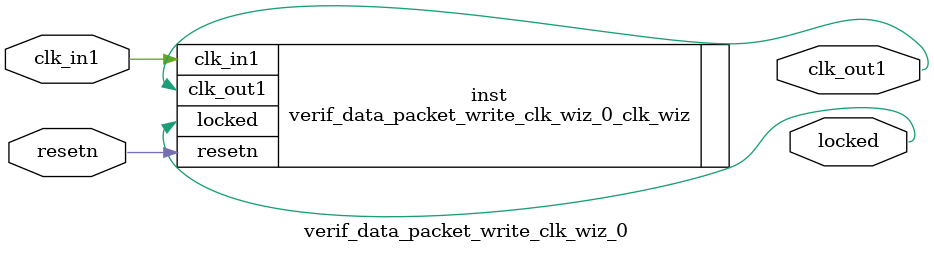
<source format=v>


`timescale 1ps/1ps

(* CORE_GENERATION_INFO = "verif_data_packet_write_clk_wiz_0,clk_wiz_v6_0_2_0_0,{component_name=verif_data_packet_write_clk_wiz_0,use_phase_alignment=true,use_min_o_jitter=false,use_max_i_jitter=false,use_dyn_phase_shift=false,use_inclk_switchover=false,use_dyn_reconfig=false,enable_axi=0,feedback_source=FDBK_AUTO,PRIMITIVE=MMCM,num_out_clk=1,clkin1_period=10.000,clkin2_period=10.000,use_power_down=false,use_reset=true,use_locked=true,use_inclk_stopped=false,feedback_type=SINGLE,CLOCK_MGR_TYPE=NA,manual_override=false}" *)

module verif_data_packet_write_clk_wiz_0 
 (
  // Clock out ports
  output        clk_out1,
  // Status and control signals
  input         resetn,
  output        locked,
 // Clock in ports
  input         clk_in1
 );

  verif_data_packet_write_clk_wiz_0_clk_wiz inst
  (
  // Clock out ports  
  .clk_out1(clk_out1),
  // Status and control signals               
  .resetn(resetn), 
  .locked(locked),
 // Clock in ports
  .clk_in1(clk_in1)
  );

endmodule

</source>
